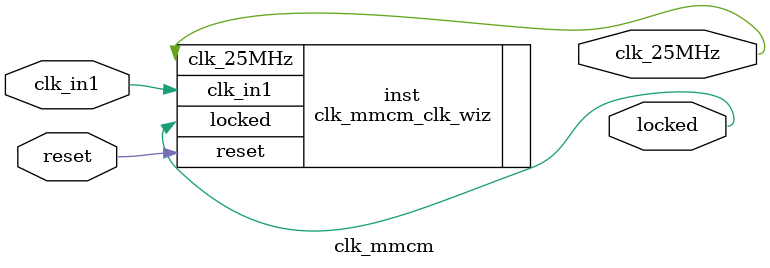
<source format=v>


`timescale 1ps/1ps

(* CORE_GENERATION_INFO = "clk_mmcm,clk_wiz_v6_0_15_0_0,{component_name=clk_mmcm,use_phase_alignment=true,use_min_o_jitter=false,use_max_i_jitter=false,use_dyn_phase_shift=false,use_inclk_switchover=false,use_dyn_reconfig=false,enable_axi=0,feedback_source=FDBK_AUTO,PRIMITIVE=MMCM,num_out_clk=1,clkin1_period=10.000,clkin2_period=10.000,use_power_down=false,use_reset=true,use_locked=true,use_inclk_stopped=false,feedback_type=SINGLE,CLOCK_MGR_TYPE=NA,manual_override=false}" *)

module clk_mmcm 
 (
  // Clock out ports
  output        clk_25MHz,
  // Status and control signals
  input         reset,
  output        locked,
 // Clock in ports
  input         clk_in1
 );

  clk_mmcm_clk_wiz inst
  (
  // Clock out ports  
  .clk_25MHz(clk_25MHz),
  // Status and control signals               
  .reset(reset), 
  .locked(locked),
 // Clock in ports
  .clk_in1(clk_in1)
  );

endmodule

</source>
